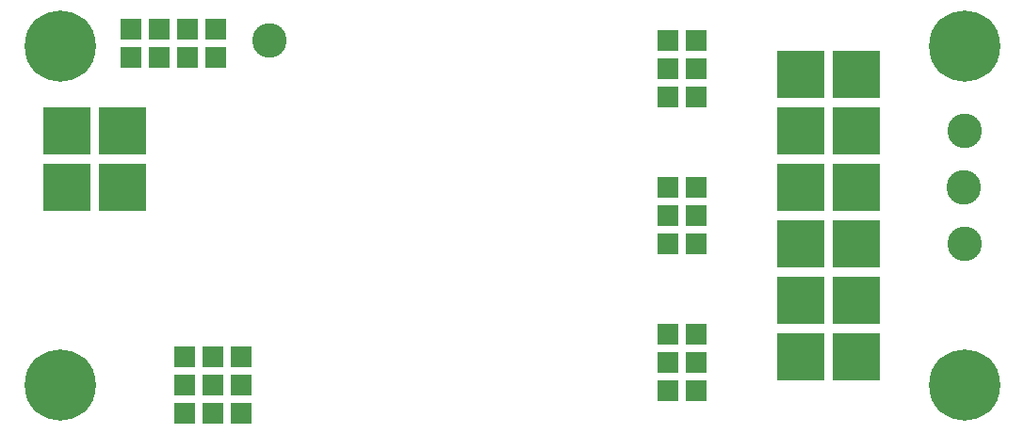
<source format=gbr>
G04 #@! TF.GenerationSoftware,KiCad,Pcbnew,(6.0.0-rc1-dev-205-gc0615c5ef)*
G04 #@! TF.CreationDate,2019-05-29T12:14:59+02:00*
G04 #@! TF.ProjectId,BATPOWER05A,424154504F5745523035412E6B696361,REV*
G04 #@! TF.SameCoordinates,Original*
G04 #@! TF.FileFunction,Soldermask,Top*
G04 #@! TF.FilePolarity,Negative*
%FSLAX46Y46*%
G04 Gerber Fmt 4.6, Leading zero omitted, Abs format (unit mm)*
G04 Created by KiCad (PCBNEW (6.0.0-rc1-dev-205-gc0615c5ef)) date 05/29/19 12:14:59*
%MOMM*%
%LPD*%
G01*
G04 APERTURE LIST*
%ADD10R,1.924000X1.924000*%
%ADD11C,6.400000*%
%ADD12R,4.210000X4.210000*%
%ADD13C,3.100000*%
G04 APERTURE END LIST*
D10*
G04 #@! TO.C,J1*
X19050000Y37084000D03*
X19050000Y34544000D03*
X16510000Y37084000D03*
X16510000Y34544000D03*
X13970000Y37084000D03*
X13970000Y34544000D03*
X11430000Y37084000D03*
X11430000Y34544000D03*
G04 #@! TD*
G04 #@! TO.C,J2*
X16256000Y7620000D03*
G04 #@! TD*
G04 #@! TO.C,J3*
X16256000Y5080000D03*
G04 #@! TD*
G04 #@! TO.C,J4*
X16256000Y2540000D03*
G04 #@! TD*
G04 #@! TO.C,J5*
X18796000Y7620000D03*
G04 #@! TD*
G04 #@! TO.C,J6*
X21336000Y7620000D03*
G04 #@! TD*
G04 #@! TO.C,J7*
X18796000Y5080000D03*
G04 #@! TD*
G04 #@! TO.C,J8*
X21336000Y5080000D03*
G04 #@! TD*
G04 #@! TO.C,J9*
X18796000Y2540000D03*
G04 #@! TD*
G04 #@! TO.C,J10*
X21336000Y2540000D03*
G04 #@! TD*
G04 #@! TO.C,J11*
X59690000Y36068000D03*
X62230000Y36068000D03*
X59690000Y33528000D03*
X62230000Y33528000D03*
X59690000Y30988000D03*
X62230000Y30988000D03*
G04 #@! TD*
G04 #@! TO.C,J12*
X62230000Y17780000D03*
X59690000Y17780000D03*
X62230000Y20320000D03*
X59690000Y20320000D03*
X62230000Y22860000D03*
X59690000Y22860000D03*
G04 #@! TD*
G04 #@! TO.C,J13*
X59690000Y9652000D03*
X62230000Y9652000D03*
X59690000Y7112000D03*
X62230000Y7112000D03*
X59690000Y4572000D03*
X62230000Y4572000D03*
G04 #@! TD*
D11*
G04 #@! TO.C,M1*
X5080000Y35560000D03*
G04 #@! TD*
G04 #@! TO.C,M2*
X86360000Y35560000D03*
G04 #@! TD*
G04 #@! TO.C,M3*
X5080000Y5080000D03*
G04 #@! TD*
G04 #@! TO.C,M4*
X86360000Y5080000D03*
G04 #@! TD*
D12*
G04 #@! TO.C,P1*
X5668000Y27940000D03*
X10668000Y27940000D03*
G04 #@! TD*
G04 #@! TO.C,P2*
X10668000Y22860000D03*
X5668000Y22860000D03*
G04 #@! TD*
G04 #@! TO.C,P3*
X76628000Y33020000D03*
X71628000Y33020000D03*
G04 #@! TD*
G04 #@! TO.C,P4*
X71628000Y27940000D03*
X76628000Y27940000D03*
G04 #@! TD*
G04 #@! TO.C,P5*
X76628000Y22860000D03*
X71628000Y22860000D03*
G04 #@! TD*
G04 #@! TO.C,P6*
X71628000Y17780000D03*
X76628000Y17780000D03*
G04 #@! TD*
G04 #@! TO.C,P7*
X76628000Y12700000D03*
X71628000Y12700000D03*
G04 #@! TD*
G04 #@! TO.C,P8*
X71628000Y7620000D03*
X76628000Y7620000D03*
G04 #@! TD*
D13*
G04 #@! TO.C,D2*
X23876000Y36068000D03*
G04 #@! TD*
G04 #@! TO.C,D3*
X86360000Y27940000D03*
G04 #@! TD*
G04 #@! TO.C,D4*
X86328000Y22860000D03*
G04 #@! TD*
G04 #@! TO.C,D5*
X86360000Y17780000D03*
G04 #@! TD*
M02*

</source>
